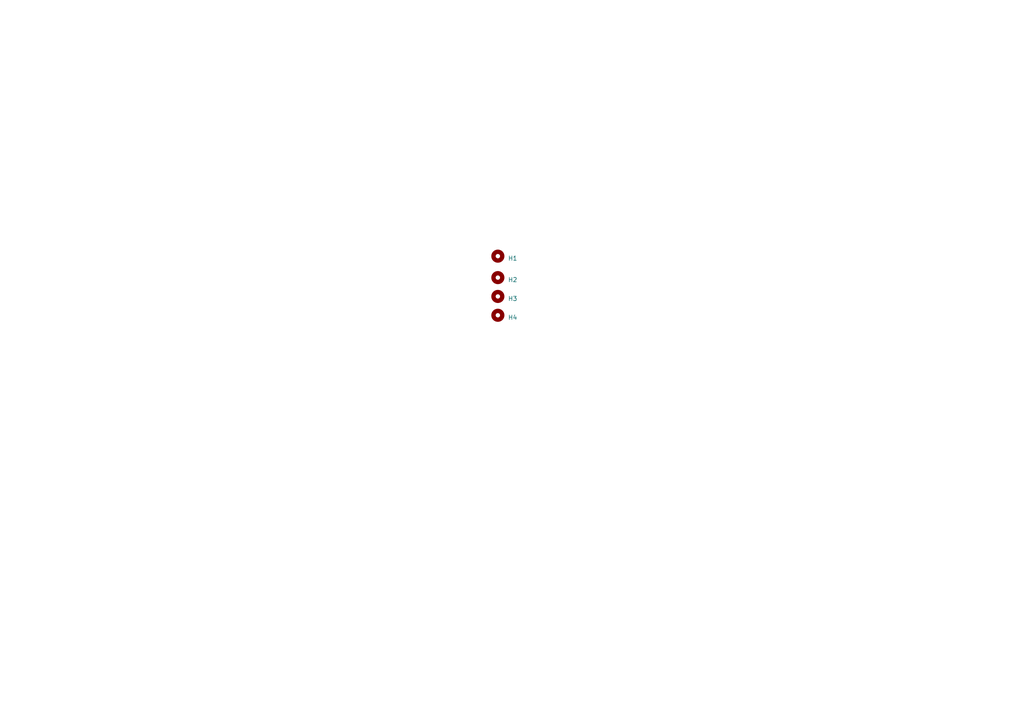
<source format=kicad_sch>
(kicad_sch (version 20230121) (generator eeschema)
  (paper "A4")
  (lib_symbols
    (symbol "EESTN5:Mounting_Hole" (pin_names (offset 1.016))
      (property "Reference" "H" (at 0 5.08 0))
      (symbol "Mounting_Hole_0_1"
        (circle (center 0 0) (radius 1.27) (stroke (width 1.27)))
      )
    )
  )
  (symbol (lib_id "EESTN5:Mounting_Hole") (at 144.399 85.979 0) (unit 1)
    (property "Reference" "H3" (at 147.32 86.614 0) (effects (justify left)))
    (property "Value" "Mounting_Hole" (effects hide))
    (property "Footprint" "EESTN5:bover_nombre" (effects hide))
  )
  (symbol (lib_id "EESTN5:Mounting_Hole") (at 144.399 91.44 0) (unit 1)
    (property "Reference" "H4" (at 147.32 92.075 0) (effects (justify left)))
    (property "Value" "Mounting_Hole" (effects hide))
    (property "Footprint" "EESTN5:maradov1_bcu" (effects hide))
  )
  (symbol (lib_id "EESTN5:Mounting_Hole") (at 144.399 80.518 0) (unit 1)
    (property "Reference" "H2" (at 147.32 81.153 0) (effects (justify left)))
    (property "Value" "Mounting_Hole" (effects hide))
    (property "Footprint" "EESTN5:logo_messiv3" (effects hide))
  )
  (symbol (lib_id "EESTN5:Mounting_Hole") (at 144.399 74.295 0) (unit 1)
    (property "Reference" "H1" (at 147.32 74.93 0) (effects (justify left)))
    (property "Value" "Mounting_Hole" (effects hide))
    (property "Footprint" "EESTN5:hole_3mm" (effects hide))
  )
)
</source>
